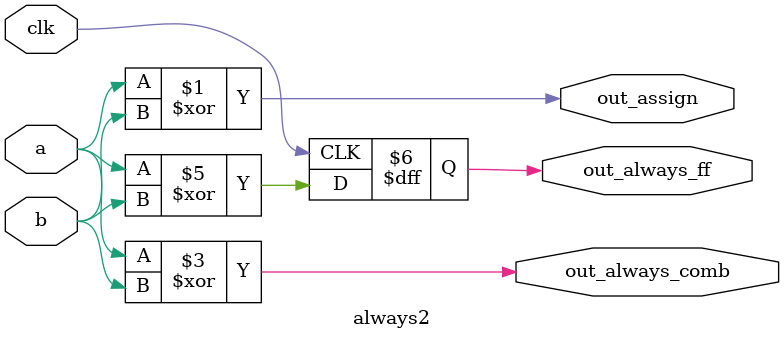
<source format=v>
module always2(
    input clk,
    input a,
    input b,
    output wire out_assign,
    output reg out_always_comb,
    output reg out_always_ff   );
    assign out_assign = a ^ b;
    always@(*) out_always_comb = a ^ b;
    always @(posedge clk ) begin      
    out_always_ff <= a ^ b;
    end
endmodule

</source>
